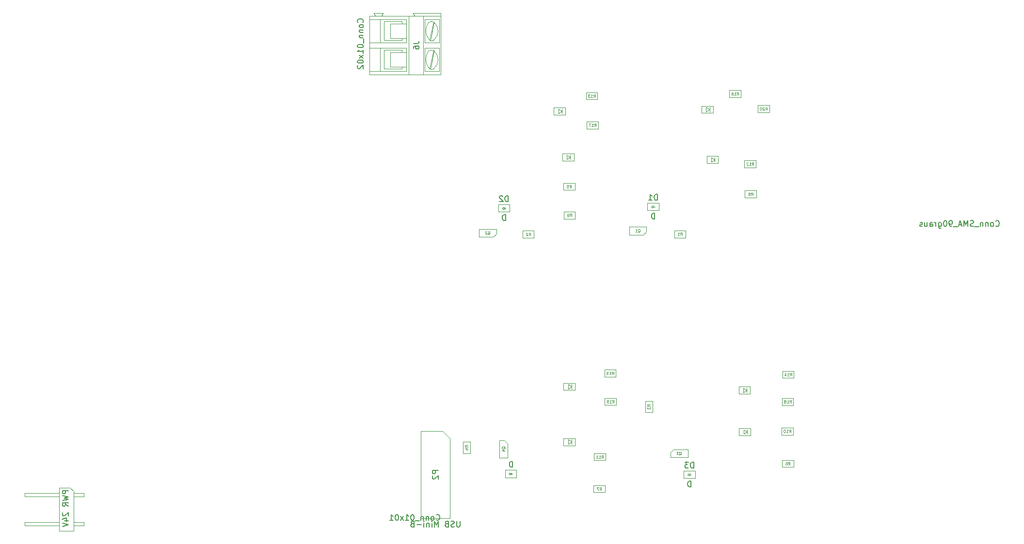
<source format=gbr>
G04 #@! TF.FileFunction,Other,Fab,Bot*
%FSLAX46Y46*%
G04 Gerber Fmt 4.6, Leading zero omitted, Abs format (unit mm)*
G04 Created by KiCad (PCBNEW 4.0.7-e2-6376~61~ubuntu18.04.1) date Mon Nov 26 09:53:19 2018*
%MOMM*%
%LPD*%
G01*
G04 APERTURE LIST*
%ADD10C,0.100000*%
%ADD11C,0.150000*%
%ADD12C,0.075000*%
G04 APERTURE END LIST*
D10*
X119625000Y-123290000D02*
X117720000Y-123290000D01*
X117720000Y-123290000D02*
X117720000Y-130790000D01*
X117720000Y-130833800D02*
X120260000Y-130833800D01*
X120260000Y-130790000D02*
X120260000Y-123925000D01*
X120260000Y-123925000D02*
X119625000Y-123290000D01*
X122080000Y-124240000D02*
X120260000Y-124240000D01*
X122080000Y-124240000D02*
X122080000Y-124880000D01*
X122080000Y-124880000D02*
X120260000Y-124880000D01*
X117720000Y-124240000D02*
X111720000Y-124240000D01*
X111720000Y-124240000D02*
X111720000Y-124880000D01*
X117720000Y-124880000D02*
X111720000Y-124880000D01*
X122080000Y-129320000D02*
X120260000Y-129320000D01*
X122080000Y-129320000D02*
X122080000Y-129960000D01*
X122080000Y-129960000D02*
X120260000Y-129960000D01*
X117720000Y-129320000D02*
X111720000Y-129320000D01*
X111720000Y-129320000D02*
X111720000Y-129960000D01*
X117720000Y-129960000D02*
X111720000Y-129960000D01*
X184740000Y-113400000D02*
X180930000Y-113400000D01*
X180930000Y-113400000D02*
X180930000Y-128640000D01*
X180930000Y-128640000D02*
X186010000Y-128640000D01*
X186010000Y-128640000D02*
X186010000Y-114670000D01*
X186010000Y-114670000D02*
X184740000Y-113400000D01*
X175600200Y-49749500D02*
X175600200Y-47209500D01*
X175600200Y-47209500D02*
X178390200Y-47209500D01*
X178390200Y-49749500D02*
X178390200Y-47209500D01*
X175600200Y-49749500D02*
X178390200Y-49749500D01*
X175600200Y-44749500D02*
X175600200Y-42209500D01*
X175600200Y-42209500D02*
X178390200Y-42209500D01*
X178390200Y-44749500D02*
X178390200Y-42209500D01*
X175600200Y-44749500D02*
X178390200Y-44749500D01*
X184360200Y-40879500D02*
X181310200Y-40879500D01*
X184360200Y-40879500D02*
X184360200Y-51069500D01*
X184360200Y-40879500D02*
X184360200Y-40379500D01*
X184360200Y-40379500D02*
X179540200Y-40379500D01*
X179540200Y-40379500D02*
X179790200Y-40879500D01*
X172680200Y-40379500D02*
X172930200Y-40879500D01*
X172930200Y-40879500D02*
X171920200Y-40879500D01*
X174330200Y-40379500D02*
X174080200Y-40879500D01*
X174080200Y-40879500D02*
X172930200Y-40879500D01*
X174330200Y-40379500D02*
X172680200Y-40379500D01*
X171920200Y-45509500D02*
X173820200Y-45509500D01*
X178390200Y-41439500D02*
X173820200Y-41439500D01*
X171920200Y-45509500D02*
X171920200Y-41439500D01*
X171920200Y-41439500D02*
X171920200Y-40879500D01*
X171920200Y-46449500D02*
X173820200Y-46449500D01*
X171920200Y-46449500D02*
X171920200Y-45509500D01*
X178390200Y-50509500D02*
X173820200Y-50509500D01*
X171920200Y-51069500D02*
X171920200Y-50509500D01*
X171920200Y-50509500D02*
X171920200Y-46449500D01*
X173820200Y-45509500D02*
X173820200Y-41439500D01*
X173820200Y-45509500D02*
X178390200Y-45509500D01*
X173820200Y-41439500D02*
X171920200Y-41439500D01*
X173820200Y-46449500D02*
X173820200Y-50509500D01*
X173820200Y-46449500D02*
X178390200Y-46449500D01*
X173820200Y-50509500D02*
X171920200Y-50509500D01*
X174460200Y-41819500D02*
X177630200Y-41819500D01*
X174460200Y-41819500D02*
X174460200Y-45129500D01*
X174460200Y-45129500D02*
X177630200Y-45129500D01*
X174460200Y-46829500D02*
X177630200Y-46829500D01*
X174460200Y-46829500D02*
X174460200Y-50129500D01*
X174460200Y-50129500D02*
X177630200Y-50129500D01*
X177630200Y-50129500D02*
X177630200Y-49749500D01*
X177630200Y-46829500D02*
X177630200Y-47209500D01*
X177630200Y-45129500D02*
X177630200Y-44749500D01*
X177630200Y-41819500D02*
X177630200Y-42209500D01*
X171920200Y-51069500D02*
X178780200Y-51069500D01*
X178780200Y-51069500D02*
X181310200Y-51069500D01*
X179790200Y-40879500D02*
X178780200Y-40879500D01*
X178780200Y-40879500D02*
X174080200Y-40879500D01*
X181310200Y-51069500D02*
X181310200Y-40879500D01*
X181310200Y-51069500D02*
X184360200Y-51069500D01*
X181310200Y-40879500D02*
X179790200Y-40879500D01*
X181570200Y-45509500D02*
X184110200Y-45509500D01*
X184110200Y-45509500D02*
X184110200Y-41439500D01*
X184110200Y-41439500D02*
X181570200Y-41439500D01*
X181570200Y-41439500D02*
X181570200Y-45509500D01*
X181570200Y-46449500D02*
X184110200Y-46449500D01*
X181570200Y-46449500D02*
X181570200Y-50509500D01*
X181570200Y-50509500D02*
X184110200Y-50509500D01*
X184110200Y-46449500D02*
X184110200Y-50509500D01*
X182590200Y-45099500D02*
X183220200Y-42049500D01*
X182460200Y-44969500D02*
X183090200Y-41929500D01*
X182590200Y-50109500D02*
X183220200Y-47049500D01*
X182460200Y-49979500D02*
X183090200Y-46929500D01*
X178390200Y-50509500D02*
X178390200Y-50129500D01*
X178390200Y-46449500D02*
X178390200Y-46829500D01*
X178390200Y-46829500D02*
X178390200Y-50129500D01*
X178780200Y-51069500D02*
X178780200Y-50129500D01*
X178780200Y-50129500D02*
X178780200Y-46829500D01*
X178780200Y-46829500D02*
X178780200Y-45129500D01*
X178780200Y-40879500D02*
X178780200Y-41819500D01*
X178780200Y-41819500D02*
X178780200Y-45129500D01*
X178390200Y-41439500D02*
X178390200Y-41819500D01*
X178390200Y-45509500D02*
X178390200Y-45129500D01*
X178390200Y-45129500D02*
X178390200Y-41819500D01*
X182216205Y-42003968D02*
G75*
G02X183190200Y-41949500I513995J-455532D01*
G01*
X182308463Y-44941833D02*
G75*
G02X182260200Y-41959500I1901737J1522333D01*
G01*
X183201887Y-41951261D02*
G75*
G02X183140200Y-45099500I-1351687J-1548239D01*
G01*
X183198899Y-45052472D02*
G75*
G02X182270200Y-44909500I-408699J432972D01*
G01*
X182226204Y-47003880D02*
G75*
G02X183190200Y-46959500I503996J-455620D01*
G01*
X182298782Y-49949329D02*
G75*
G02X182260200Y-46959500I1911418J1519829D01*
G01*
X183211734Y-46949524D02*
G75*
G02X183140200Y-50109500I-1361534J-1549976D01*
G01*
X183198899Y-50052472D02*
G75*
G02X182270200Y-49909500I-408699J432972D01*
G01*
X196053780Y-115588640D02*
X196053780Y-118038640D01*
X195503780Y-115018640D02*
X194653780Y-115018640D01*
X196053780Y-115588640D02*
X195503780Y-115018640D01*
X194653780Y-115018640D02*
X194653780Y-118058640D01*
X196053780Y-118058640D02*
X194653780Y-118058640D01*
X225050000Y-116600000D02*
X227500000Y-116600000D01*
X224480000Y-117150000D02*
X224480000Y-118000000D01*
X225050000Y-116600000D02*
X224480000Y-117150000D01*
X224480000Y-118000000D02*
X227520000Y-118000000D01*
X227520000Y-116600000D02*
X227520000Y-118000000D01*
X193507240Y-79473920D02*
X191057240Y-79473920D01*
X194077240Y-78923920D02*
X194077240Y-78073920D01*
X193507240Y-79473920D02*
X194077240Y-78923920D01*
X194077240Y-78073920D02*
X191037240Y-78073920D01*
X191037240Y-79473920D02*
X191037240Y-78073920D01*
X219737820Y-79090380D02*
X217287820Y-79090380D01*
X220307820Y-78540380D02*
X220307820Y-77690380D01*
X219737820Y-79090380D02*
X220307820Y-78540380D01*
X220307820Y-77690380D02*
X217267820Y-77690380D01*
X217267820Y-79090380D02*
X217267820Y-77690380D01*
X196393300Y-120869340D02*
X196193300Y-120869340D01*
X196693300Y-120869340D02*
X196893300Y-120869340D01*
X196693300Y-120669340D02*
X196693300Y-121069340D01*
X196393300Y-121069340D02*
X196393300Y-120669340D01*
X196693300Y-120869340D02*
X196393300Y-121069340D01*
X196393300Y-120669340D02*
X196693300Y-120869340D01*
X197593300Y-121519340D02*
X197593300Y-120219340D01*
X195593300Y-121519340D02*
X197593300Y-121519340D01*
X195593300Y-120219340D02*
X195593300Y-121519340D01*
X197593300Y-120219340D02*
X195593300Y-120219340D01*
X195222360Y-74453380D02*
X195022360Y-74453380D01*
X195522360Y-74453380D02*
X195722360Y-74453380D01*
X195522360Y-74253380D02*
X195522360Y-74653380D01*
X195222360Y-74653380D02*
X195222360Y-74253380D01*
X195522360Y-74453380D02*
X195222360Y-74653380D01*
X195222360Y-74253380D02*
X195522360Y-74453380D01*
X196422360Y-75103380D02*
X196422360Y-73803380D01*
X194422360Y-75103380D02*
X196422360Y-75103380D01*
X194422360Y-73803380D02*
X194422360Y-75103380D01*
X196422360Y-73803380D02*
X194422360Y-73803380D01*
X227597200Y-121009040D02*
X227397200Y-121009040D01*
X227897200Y-121009040D02*
X228097200Y-121009040D01*
X227897200Y-120809040D02*
X227897200Y-121209040D01*
X227597200Y-121209040D02*
X227597200Y-120809040D01*
X227897200Y-121009040D02*
X227597200Y-121209040D01*
X227597200Y-120809040D02*
X227897200Y-121009040D01*
X228797200Y-121659040D02*
X228797200Y-120359040D01*
X226797200Y-121659040D02*
X228797200Y-121659040D01*
X226797200Y-120359040D02*
X226797200Y-121659040D01*
X228797200Y-120359040D02*
X226797200Y-120359040D01*
X221272600Y-74189220D02*
X221072600Y-74189220D01*
X221572600Y-74189220D02*
X221772600Y-74189220D01*
X221572600Y-73989220D02*
X221572600Y-74389220D01*
X221272600Y-74389220D02*
X221272600Y-73989220D01*
X221572600Y-74189220D02*
X221272600Y-74389220D01*
X221272600Y-73989220D02*
X221572600Y-74189220D01*
X222472600Y-74839220D02*
X222472600Y-73539220D01*
X220472600Y-74839220D02*
X222472600Y-74839220D01*
X220472600Y-73539220D02*
X220472600Y-74839220D01*
X222472600Y-73539220D02*
X220472600Y-73539220D01*
X207200000Y-114900000D02*
X207200000Y-115700000D01*
X207200000Y-115300000D02*
X206600000Y-114900000D01*
X206600000Y-115700000D02*
X207200000Y-115300000D01*
X206600000Y-114900000D02*
X206600000Y-115700000D01*
X207800000Y-115920000D02*
X207800000Y-114680000D01*
X205800000Y-115920000D02*
X207800000Y-115920000D01*
X205800000Y-114680000D02*
X205800000Y-115920000D01*
X207800000Y-114680000D02*
X205800000Y-114680000D01*
X207018680Y-65135440D02*
X207018680Y-65935440D01*
X207018680Y-65535440D02*
X206418680Y-65135440D01*
X206418680Y-65935440D02*
X207018680Y-65535440D01*
X206418680Y-65135440D02*
X206418680Y-65935440D01*
X207618680Y-66155440D02*
X207618680Y-64915440D01*
X205618680Y-66155440D02*
X207618680Y-66155440D01*
X205618680Y-64915440D02*
X205618680Y-66155440D01*
X207618680Y-64915440D02*
X205618680Y-64915440D01*
X237851740Y-113138900D02*
X237851740Y-113938900D01*
X237851740Y-113538900D02*
X237251740Y-113138900D01*
X237251740Y-113938900D02*
X237851740Y-113538900D01*
X237251740Y-113138900D02*
X237251740Y-113938900D01*
X238451740Y-114158900D02*
X238451740Y-112918900D01*
X236451740Y-114158900D02*
X238451740Y-114158900D01*
X236451740Y-112918900D02*
X236451740Y-114158900D01*
X238451740Y-112918900D02*
X236451740Y-112918900D01*
X232220560Y-65582480D02*
X232220560Y-66382480D01*
X232220560Y-65982480D02*
X231620560Y-65582480D01*
X231620560Y-66382480D02*
X232220560Y-65982480D01*
X231620560Y-65582480D02*
X231620560Y-66382480D01*
X232820560Y-66602480D02*
X232820560Y-65362480D01*
X230820560Y-66602480D02*
X232820560Y-66602480D01*
X230820560Y-65362480D02*
X230820560Y-66602480D01*
X232820560Y-65362480D02*
X230820560Y-65362480D01*
X207229500Y-105224260D02*
X207229500Y-106024260D01*
X207229500Y-105624260D02*
X206629500Y-105224260D01*
X206629500Y-106024260D02*
X207229500Y-105624260D01*
X206629500Y-105224260D02*
X206629500Y-106024260D01*
X207829500Y-106244260D02*
X207829500Y-105004260D01*
X205829500Y-106244260D02*
X207829500Y-106244260D01*
X205829500Y-105004260D02*
X205829500Y-106244260D01*
X207829500Y-105004260D02*
X205829500Y-105004260D01*
X205515000Y-57119200D02*
X205515000Y-57919200D01*
X205515000Y-57519200D02*
X204915000Y-57119200D01*
X204915000Y-57919200D02*
X205515000Y-57519200D01*
X204915000Y-57119200D02*
X204915000Y-57919200D01*
X206115000Y-58139200D02*
X206115000Y-56899200D01*
X204115000Y-58139200D02*
X206115000Y-58139200D01*
X204115000Y-56899200D02*
X204115000Y-58139200D01*
X206115000Y-56899200D02*
X204115000Y-56899200D01*
X237811100Y-105869420D02*
X237811100Y-106669420D01*
X237811100Y-106269420D02*
X237211100Y-105869420D01*
X237211100Y-106669420D02*
X237811100Y-106269420D01*
X237211100Y-105869420D02*
X237211100Y-106669420D01*
X238411100Y-106889420D02*
X238411100Y-105649420D01*
X236411100Y-106889420D02*
X238411100Y-106889420D01*
X236411100Y-105649420D02*
X236411100Y-106889420D01*
X238411100Y-105649420D02*
X236411100Y-105649420D01*
X231326480Y-56809320D02*
X231326480Y-57609320D01*
X231326480Y-57209320D02*
X230726480Y-56809320D01*
X230726480Y-57609320D02*
X231326480Y-57209320D01*
X230726480Y-56809320D02*
X230726480Y-57609320D01*
X231926480Y-57829320D02*
X231926480Y-56589320D01*
X229926480Y-57829320D02*
X231926480Y-57829320D01*
X229926480Y-56589320D02*
X229926480Y-57829320D01*
X231926480Y-56589320D02*
X229926480Y-56589320D01*
X207786320Y-71296400D02*
X207786320Y-70056400D01*
X205786320Y-71296400D02*
X207786320Y-71296400D01*
X205786320Y-70056400D02*
X205786320Y-71296400D01*
X207786320Y-70056400D02*
X205786320Y-70056400D01*
X243893940Y-112824920D02*
X243893940Y-114064920D01*
X245893940Y-112824920D02*
X243893940Y-112824920D01*
X245893940Y-114064920D02*
X245893940Y-112824920D01*
X243893940Y-114064920D02*
X245893940Y-114064920D01*
X211150800Y-117302940D02*
X211150800Y-118542940D01*
X213150800Y-117302940D02*
X211150800Y-117302940D01*
X213150800Y-118542940D02*
X213150800Y-117302940D01*
X211150800Y-118542940D02*
X213150800Y-118542940D01*
X237414400Y-66119400D02*
X237414400Y-67359400D01*
X239414400Y-66119400D02*
X237414400Y-66119400D01*
X239414400Y-67359400D02*
X239414400Y-66119400D01*
X237414400Y-67359400D02*
X239414400Y-67359400D01*
X207842200Y-76325600D02*
X207842200Y-75085600D01*
X205842200Y-76325600D02*
X207842200Y-76325600D01*
X205842200Y-75085600D02*
X205842200Y-76325600D01*
X207842200Y-75085600D02*
X205842200Y-75085600D01*
X244003160Y-118466260D02*
X244003160Y-119706260D01*
X246003160Y-118466260D02*
X244003160Y-118466260D01*
X246003160Y-119706260D02*
X246003160Y-118466260D01*
X244003160Y-119706260D02*
X246003160Y-119706260D01*
X211066980Y-122890940D02*
X211066980Y-124130940D01*
X213066980Y-122890940D02*
X211066980Y-122890940D01*
X213066980Y-124130940D02*
X213066980Y-122890940D01*
X211066980Y-124130940D02*
X213066980Y-124130940D01*
X237490600Y-71377200D02*
X237490600Y-72617200D01*
X239490600Y-71377200D02*
X237490600Y-71377200D01*
X239490600Y-72617200D02*
X239490600Y-71377200D01*
X237490600Y-72617200D02*
X239490600Y-72617200D01*
X209900000Y-59330000D02*
X209900000Y-60570000D01*
X211900000Y-59330000D02*
X209900000Y-59330000D01*
X211900000Y-60570000D02*
X211900000Y-59330000D01*
X209900000Y-60570000D02*
X211900000Y-60570000D01*
X244041260Y-102883360D02*
X244041260Y-104123360D01*
X246041260Y-102883360D02*
X244041260Y-102883360D01*
X246041260Y-104123360D02*
X246041260Y-102883360D01*
X244041260Y-104123360D02*
X246041260Y-104123360D01*
X239750000Y-56480000D02*
X239750000Y-57720000D01*
X241750000Y-56480000D02*
X239750000Y-56480000D01*
X241750000Y-57720000D02*
X241750000Y-56480000D01*
X239750000Y-57720000D02*
X241750000Y-57720000D01*
X209750000Y-54205000D02*
X209750000Y-55445000D01*
X211750000Y-54205000D02*
X209750000Y-54205000D01*
X211750000Y-55445000D02*
X211750000Y-54205000D01*
X209750000Y-55445000D02*
X211750000Y-55445000D01*
X243965060Y-107683960D02*
X243965060Y-108923960D01*
X245965060Y-107683960D02*
X243965060Y-107683960D01*
X245965060Y-108923960D02*
X245965060Y-107683960D01*
X243965060Y-108923960D02*
X245965060Y-108923960D01*
X213025000Y-107630000D02*
X213025000Y-108870000D01*
X215025000Y-107630000D02*
X213025000Y-107630000D01*
X215025000Y-108870000D02*
X215025000Y-107630000D01*
X213025000Y-108870000D02*
X215025000Y-108870000D01*
X236775000Y-55095000D02*
X236775000Y-53855000D01*
X234775000Y-55095000D02*
X236775000Y-55095000D01*
X234775000Y-53855000D02*
X234775000Y-55095000D01*
X236775000Y-53855000D02*
X234775000Y-53855000D01*
X189524720Y-115274480D02*
X188284720Y-115274480D01*
X189524720Y-117274480D02*
X189524720Y-115274480D01*
X188284720Y-117274480D02*
X189524720Y-117274480D01*
X188284720Y-115274480D02*
X188284720Y-117274480D01*
X221348380Y-108149780D02*
X220108380Y-108149780D01*
X221348380Y-110149780D02*
X221348380Y-108149780D01*
X220108380Y-110149780D02*
X221348380Y-110149780D01*
X220108380Y-108149780D02*
X220108380Y-110149780D01*
X200661620Y-79650460D02*
X200661620Y-78410460D01*
X198661620Y-79650460D02*
X200661620Y-79650460D01*
X198661620Y-78410460D02*
X198661620Y-79650460D01*
X200661620Y-78410460D02*
X198661620Y-78410460D01*
X227146200Y-79602200D02*
X227146200Y-78362200D01*
X225146200Y-79602200D02*
X227146200Y-79602200D01*
X225146200Y-78362200D02*
X225146200Y-79602200D01*
X227146200Y-78362200D02*
X225146200Y-78362200D01*
X212954200Y-102705560D02*
X212954200Y-103945560D01*
X214954200Y-102705560D02*
X212954200Y-102705560D01*
X214954200Y-103945560D02*
X214954200Y-102705560D01*
X212954200Y-103945560D02*
X214954200Y-103945560D01*
D11*
X183578095Y-128907143D02*
X183625714Y-128954762D01*
X183768571Y-129002381D01*
X183863809Y-129002381D01*
X184006667Y-128954762D01*
X184101905Y-128859524D01*
X184149524Y-128764286D01*
X184197143Y-128573810D01*
X184197143Y-128430952D01*
X184149524Y-128240476D01*
X184101905Y-128145238D01*
X184006667Y-128050000D01*
X183863809Y-128002381D01*
X183768571Y-128002381D01*
X183625714Y-128050000D01*
X183578095Y-128097619D01*
X183006667Y-129002381D02*
X183101905Y-128954762D01*
X183149524Y-128907143D01*
X183197143Y-128811905D01*
X183197143Y-128526190D01*
X183149524Y-128430952D01*
X183101905Y-128383333D01*
X183006667Y-128335714D01*
X182863809Y-128335714D01*
X182768571Y-128383333D01*
X182720952Y-128430952D01*
X182673333Y-128526190D01*
X182673333Y-128811905D01*
X182720952Y-128907143D01*
X182768571Y-128954762D01*
X182863809Y-129002381D01*
X183006667Y-129002381D01*
X182244762Y-128335714D02*
X182244762Y-129002381D01*
X182244762Y-128430952D02*
X182197143Y-128383333D01*
X182101905Y-128335714D01*
X181959047Y-128335714D01*
X181863809Y-128383333D01*
X181816190Y-128478571D01*
X181816190Y-129002381D01*
X181340000Y-128335714D02*
X181340000Y-129002381D01*
X181340000Y-128430952D02*
X181292381Y-128383333D01*
X181197143Y-128335714D01*
X181054285Y-128335714D01*
X180959047Y-128383333D01*
X180911428Y-128478571D01*
X180911428Y-129002381D01*
X180673333Y-129097619D02*
X179911428Y-129097619D01*
X179482857Y-128002381D02*
X179387618Y-128002381D01*
X179292380Y-128050000D01*
X179244761Y-128097619D01*
X179197142Y-128192857D01*
X179149523Y-128383333D01*
X179149523Y-128621429D01*
X179197142Y-128811905D01*
X179244761Y-128907143D01*
X179292380Y-128954762D01*
X179387618Y-129002381D01*
X179482857Y-129002381D01*
X179578095Y-128954762D01*
X179625714Y-128907143D01*
X179673333Y-128811905D01*
X179720952Y-128621429D01*
X179720952Y-128383333D01*
X179673333Y-128192857D01*
X179625714Y-128097619D01*
X179578095Y-128050000D01*
X179482857Y-128002381D01*
X178197142Y-129002381D02*
X178768571Y-129002381D01*
X178482857Y-129002381D02*
X178482857Y-128002381D01*
X178578095Y-128145238D01*
X178673333Y-128240476D01*
X178768571Y-128288095D01*
X177863809Y-129002381D02*
X177339999Y-128335714D01*
X177863809Y-128335714D02*
X177339999Y-129002381D01*
X176768571Y-128002381D02*
X176673332Y-128002381D01*
X176578094Y-128050000D01*
X176530475Y-128097619D01*
X176482856Y-128192857D01*
X176435237Y-128383333D01*
X176435237Y-128621429D01*
X176482856Y-128811905D01*
X176530475Y-128907143D01*
X176578094Y-128954762D01*
X176673332Y-129002381D01*
X176768571Y-129002381D01*
X176863809Y-128954762D01*
X176911428Y-128907143D01*
X176959047Y-128811905D01*
X177006666Y-128621429D01*
X177006666Y-128383333D01*
X176959047Y-128192857D01*
X176911428Y-128097619D01*
X176863809Y-128050000D01*
X176768571Y-128002381D01*
X175482856Y-129002381D02*
X176054285Y-129002381D01*
X175768571Y-129002381D02*
X175768571Y-128002381D01*
X175863809Y-128145238D01*
X175959047Y-128240476D01*
X176054285Y-128288095D01*
X281284324Y-77532643D02*
X281331943Y-77580262D01*
X281474800Y-77627881D01*
X281570038Y-77627881D01*
X281712896Y-77580262D01*
X281808134Y-77485024D01*
X281855753Y-77389786D01*
X281903372Y-77199310D01*
X281903372Y-77056452D01*
X281855753Y-76865976D01*
X281808134Y-76770738D01*
X281712896Y-76675500D01*
X281570038Y-76627881D01*
X281474800Y-76627881D01*
X281331943Y-76675500D01*
X281284324Y-76723119D01*
X280712896Y-77627881D02*
X280808134Y-77580262D01*
X280855753Y-77532643D01*
X280903372Y-77437405D01*
X280903372Y-77151690D01*
X280855753Y-77056452D01*
X280808134Y-77008833D01*
X280712896Y-76961214D01*
X280570038Y-76961214D01*
X280474800Y-77008833D01*
X280427181Y-77056452D01*
X280379562Y-77151690D01*
X280379562Y-77437405D01*
X280427181Y-77532643D01*
X280474800Y-77580262D01*
X280570038Y-77627881D01*
X280712896Y-77627881D01*
X279950991Y-76961214D02*
X279950991Y-77627881D01*
X279950991Y-77056452D02*
X279903372Y-77008833D01*
X279808134Y-76961214D01*
X279665276Y-76961214D01*
X279570038Y-77008833D01*
X279522419Y-77104071D01*
X279522419Y-77627881D01*
X279046229Y-76961214D02*
X279046229Y-77627881D01*
X279046229Y-77056452D02*
X278998610Y-77008833D01*
X278903372Y-76961214D01*
X278760514Y-76961214D01*
X278665276Y-77008833D01*
X278617657Y-77104071D01*
X278617657Y-77627881D01*
X278379562Y-77723119D02*
X277617657Y-77723119D01*
X277427181Y-77580262D02*
X277284324Y-77627881D01*
X277046228Y-77627881D01*
X276950990Y-77580262D01*
X276903371Y-77532643D01*
X276855752Y-77437405D01*
X276855752Y-77342167D01*
X276903371Y-77246929D01*
X276950990Y-77199310D01*
X277046228Y-77151690D01*
X277236705Y-77104071D01*
X277331943Y-77056452D01*
X277379562Y-77008833D01*
X277427181Y-76913595D01*
X277427181Y-76818357D01*
X277379562Y-76723119D01*
X277331943Y-76675500D01*
X277236705Y-76627881D01*
X276998609Y-76627881D01*
X276855752Y-76675500D01*
X276427181Y-77627881D02*
X276427181Y-76627881D01*
X276093847Y-77342167D01*
X275760514Y-76627881D01*
X275760514Y-77627881D01*
X275331943Y-77342167D02*
X274855752Y-77342167D01*
X275427181Y-77627881D02*
X275093848Y-76627881D01*
X274760514Y-77627881D01*
X274665276Y-77723119D02*
X273903371Y-77723119D01*
X273617657Y-77627881D02*
X273427181Y-77627881D01*
X273331942Y-77580262D01*
X273284323Y-77532643D01*
X273189085Y-77389786D01*
X273141466Y-77199310D01*
X273141466Y-76818357D01*
X273189085Y-76723119D01*
X273236704Y-76675500D01*
X273331942Y-76627881D01*
X273522419Y-76627881D01*
X273617657Y-76675500D01*
X273665276Y-76723119D01*
X273712895Y-76818357D01*
X273712895Y-77056452D01*
X273665276Y-77151690D01*
X273617657Y-77199310D01*
X273522419Y-77246929D01*
X273331942Y-77246929D01*
X273236704Y-77199310D01*
X273189085Y-77151690D01*
X273141466Y-77056452D01*
X272522419Y-76627881D02*
X272427180Y-76627881D01*
X272331942Y-76675500D01*
X272284323Y-76723119D01*
X272236704Y-76818357D01*
X272189085Y-77008833D01*
X272189085Y-77246929D01*
X272236704Y-77437405D01*
X272284323Y-77532643D01*
X272331942Y-77580262D01*
X272427180Y-77627881D01*
X272522419Y-77627881D01*
X272617657Y-77580262D01*
X272665276Y-77532643D01*
X272712895Y-77437405D01*
X272760514Y-77246929D01*
X272760514Y-77008833D01*
X272712895Y-76818357D01*
X272665276Y-76723119D01*
X272617657Y-76675500D01*
X272522419Y-76627881D01*
X271331942Y-76961214D02*
X271331942Y-77770738D01*
X271379561Y-77865976D01*
X271427180Y-77913595D01*
X271522419Y-77961214D01*
X271665276Y-77961214D01*
X271760514Y-77913595D01*
X271331942Y-77580262D02*
X271427180Y-77627881D01*
X271617657Y-77627881D01*
X271712895Y-77580262D01*
X271760514Y-77532643D01*
X271808133Y-77437405D01*
X271808133Y-77151690D01*
X271760514Y-77056452D01*
X271712895Y-77008833D01*
X271617657Y-76961214D01*
X271427180Y-76961214D01*
X271331942Y-77008833D01*
X270855752Y-77627881D02*
X270855752Y-76961214D01*
X270855752Y-77151690D02*
X270808133Y-77056452D01*
X270760514Y-77008833D01*
X270665276Y-76961214D01*
X270570037Y-76961214D01*
X269808132Y-77627881D02*
X269808132Y-77104071D01*
X269855751Y-77008833D01*
X269950989Y-76961214D01*
X270141466Y-76961214D01*
X270236704Y-77008833D01*
X269808132Y-77580262D02*
X269903370Y-77627881D01*
X270141466Y-77627881D01*
X270236704Y-77580262D01*
X270284323Y-77485024D01*
X270284323Y-77389786D01*
X270236704Y-77294548D01*
X270141466Y-77246929D01*
X269903370Y-77246929D01*
X269808132Y-77199310D01*
X268903370Y-76961214D02*
X268903370Y-77627881D01*
X269331942Y-76961214D02*
X269331942Y-77485024D01*
X269284323Y-77580262D01*
X269189085Y-77627881D01*
X269046227Y-77627881D01*
X268950989Y-77580262D01*
X268903370Y-77532643D01*
X268474799Y-77580262D02*
X268379561Y-77627881D01*
X268189085Y-77627881D01*
X268093846Y-77580262D01*
X268046227Y-77485024D01*
X268046227Y-77437405D01*
X268093846Y-77342167D01*
X268189085Y-77294548D01*
X268331942Y-77294548D01*
X268427180Y-77246929D01*
X268474799Y-77151690D01*
X268474799Y-77104071D01*
X268427180Y-77008833D01*
X268331942Y-76961214D01*
X268189085Y-76961214D01*
X268093846Y-77008833D01*
X119316781Y-123801562D02*
X118316781Y-123801562D01*
X118316781Y-124182515D01*
X118364400Y-124277753D01*
X118412019Y-124325372D01*
X118507257Y-124372991D01*
X118650114Y-124372991D01*
X118745352Y-124325372D01*
X118792971Y-124277753D01*
X118840590Y-124182515D01*
X118840590Y-123801562D01*
X118316781Y-124706324D02*
X119316781Y-124944419D01*
X118602495Y-125134896D01*
X119316781Y-125325372D01*
X118316781Y-125563467D01*
X119316781Y-126515848D02*
X118840590Y-126182514D01*
X119316781Y-125944419D02*
X118316781Y-125944419D01*
X118316781Y-126325372D01*
X118364400Y-126420610D01*
X118412019Y-126468229D01*
X118507257Y-126515848D01*
X118650114Y-126515848D01*
X118745352Y-126468229D01*
X118792971Y-126420610D01*
X118840590Y-126325372D01*
X118840590Y-125944419D01*
X118412019Y-127658705D02*
X118364400Y-127706324D01*
X118316781Y-127801562D01*
X118316781Y-128039658D01*
X118364400Y-128134896D01*
X118412019Y-128182515D01*
X118507257Y-128230134D01*
X118602495Y-128230134D01*
X118745352Y-128182515D01*
X119316781Y-127611086D01*
X119316781Y-128230134D01*
X118650114Y-129087277D02*
X119316781Y-129087277D01*
X118269162Y-128849181D02*
X118983448Y-128611086D01*
X118983448Y-129230134D01*
X118316781Y-129468229D02*
X119316781Y-129801562D01*
X118316781Y-130134896D01*
X187731904Y-129152381D02*
X187731904Y-129961905D01*
X187684285Y-130057143D01*
X187636666Y-130104762D01*
X187541428Y-130152381D01*
X187350951Y-130152381D01*
X187255713Y-130104762D01*
X187208094Y-130057143D01*
X187160475Y-129961905D01*
X187160475Y-129152381D01*
X186731904Y-130104762D02*
X186589047Y-130152381D01*
X186350951Y-130152381D01*
X186255713Y-130104762D01*
X186208094Y-130057143D01*
X186160475Y-129961905D01*
X186160475Y-129866667D01*
X186208094Y-129771429D01*
X186255713Y-129723810D01*
X186350951Y-129676190D01*
X186541428Y-129628571D01*
X186636666Y-129580952D01*
X186684285Y-129533333D01*
X186731904Y-129438095D01*
X186731904Y-129342857D01*
X186684285Y-129247619D01*
X186636666Y-129200000D01*
X186541428Y-129152381D01*
X186303332Y-129152381D01*
X186160475Y-129200000D01*
X185398570Y-129628571D02*
X185255713Y-129676190D01*
X185208094Y-129723810D01*
X185160475Y-129819048D01*
X185160475Y-129961905D01*
X185208094Y-130057143D01*
X185255713Y-130104762D01*
X185350951Y-130152381D01*
X185731904Y-130152381D01*
X185731904Y-129152381D01*
X185398570Y-129152381D01*
X185303332Y-129200000D01*
X185255713Y-129247619D01*
X185208094Y-129342857D01*
X185208094Y-129438095D01*
X185255713Y-129533333D01*
X185303332Y-129580952D01*
X185398570Y-129628571D01*
X185731904Y-129628571D01*
X183969999Y-130152381D02*
X183969999Y-129152381D01*
X183636665Y-129866667D01*
X183303332Y-129152381D01*
X183303332Y-130152381D01*
X182827142Y-130152381D02*
X182827142Y-129485714D01*
X182827142Y-129152381D02*
X182874761Y-129200000D01*
X182827142Y-129247619D01*
X182779523Y-129200000D01*
X182827142Y-129152381D01*
X182827142Y-129247619D01*
X182350952Y-129485714D02*
X182350952Y-130152381D01*
X182350952Y-129580952D02*
X182303333Y-129533333D01*
X182208095Y-129485714D01*
X182065237Y-129485714D01*
X181969999Y-129533333D01*
X181922380Y-129628571D01*
X181922380Y-130152381D01*
X181446190Y-130152381D02*
X181446190Y-129485714D01*
X181446190Y-129152381D02*
X181493809Y-129200000D01*
X181446190Y-129247619D01*
X181398571Y-129200000D01*
X181446190Y-129152381D01*
X181446190Y-129247619D01*
X180970000Y-129771429D02*
X180208095Y-129771429D01*
X179398571Y-129628571D02*
X179255714Y-129676190D01*
X179208095Y-129723810D01*
X179160476Y-129819048D01*
X179160476Y-129961905D01*
X179208095Y-130057143D01*
X179255714Y-130104762D01*
X179350952Y-130152381D01*
X179731905Y-130152381D01*
X179731905Y-129152381D01*
X179398571Y-129152381D01*
X179303333Y-129200000D01*
X179255714Y-129247619D01*
X179208095Y-129342857D01*
X179208095Y-129438095D01*
X179255714Y-129533333D01*
X179303333Y-129580952D01*
X179398571Y-129628571D01*
X179731905Y-129628571D01*
X183922381Y-120281905D02*
X182922381Y-120281905D01*
X182922381Y-120662858D01*
X182970000Y-120758096D01*
X183017619Y-120805715D01*
X183112857Y-120853334D01*
X183255714Y-120853334D01*
X183350952Y-120805715D01*
X183398571Y-120758096D01*
X183446190Y-120662858D01*
X183446190Y-120281905D01*
X183017619Y-121234286D02*
X182970000Y-121281905D01*
X182922381Y-121377143D01*
X182922381Y-121615239D01*
X182970000Y-121710477D01*
X183017619Y-121758096D01*
X183112857Y-121805715D01*
X183208095Y-121805715D01*
X183350952Y-121758096D01*
X183922381Y-121186667D01*
X183922381Y-121805715D01*
X170747343Y-41971405D02*
X170794962Y-41923786D01*
X170842581Y-41780929D01*
X170842581Y-41685691D01*
X170794962Y-41542833D01*
X170699724Y-41447595D01*
X170604486Y-41399976D01*
X170414010Y-41352357D01*
X170271152Y-41352357D01*
X170080676Y-41399976D01*
X169985438Y-41447595D01*
X169890200Y-41542833D01*
X169842581Y-41685691D01*
X169842581Y-41780929D01*
X169890200Y-41923786D01*
X169937819Y-41971405D01*
X170842581Y-42542833D02*
X170794962Y-42447595D01*
X170747343Y-42399976D01*
X170652105Y-42352357D01*
X170366390Y-42352357D01*
X170271152Y-42399976D01*
X170223533Y-42447595D01*
X170175914Y-42542833D01*
X170175914Y-42685691D01*
X170223533Y-42780929D01*
X170271152Y-42828548D01*
X170366390Y-42876167D01*
X170652105Y-42876167D01*
X170747343Y-42828548D01*
X170794962Y-42780929D01*
X170842581Y-42685691D01*
X170842581Y-42542833D01*
X170175914Y-43304738D02*
X170842581Y-43304738D01*
X170271152Y-43304738D02*
X170223533Y-43352357D01*
X170175914Y-43447595D01*
X170175914Y-43590453D01*
X170223533Y-43685691D01*
X170318771Y-43733310D01*
X170842581Y-43733310D01*
X170175914Y-44209500D02*
X170842581Y-44209500D01*
X170271152Y-44209500D02*
X170223533Y-44257119D01*
X170175914Y-44352357D01*
X170175914Y-44495215D01*
X170223533Y-44590453D01*
X170318771Y-44638072D01*
X170842581Y-44638072D01*
X170937819Y-44876167D02*
X170937819Y-45638072D01*
X169842581Y-46066643D02*
X169842581Y-46161882D01*
X169890200Y-46257120D01*
X169937819Y-46304739D01*
X170033057Y-46352358D01*
X170223533Y-46399977D01*
X170461629Y-46399977D01*
X170652105Y-46352358D01*
X170747343Y-46304739D01*
X170794962Y-46257120D01*
X170842581Y-46161882D01*
X170842581Y-46066643D01*
X170794962Y-45971405D01*
X170747343Y-45923786D01*
X170652105Y-45876167D01*
X170461629Y-45828548D01*
X170223533Y-45828548D01*
X170033057Y-45876167D01*
X169937819Y-45923786D01*
X169890200Y-45971405D01*
X169842581Y-46066643D01*
X170842581Y-47352358D02*
X170842581Y-46780929D01*
X170842581Y-47066643D02*
X169842581Y-47066643D01*
X169985438Y-46971405D01*
X170080676Y-46876167D01*
X170128295Y-46780929D01*
X170842581Y-47685691D02*
X170175914Y-48209501D01*
X170175914Y-47685691D02*
X170842581Y-48209501D01*
X169842581Y-48780929D02*
X169842581Y-48876168D01*
X169890200Y-48971406D01*
X169937819Y-49019025D01*
X170033057Y-49066644D01*
X170223533Y-49114263D01*
X170461629Y-49114263D01*
X170652105Y-49066644D01*
X170747343Y-49019025D01*
X170794962Y-48971406D01*
X170842581Y-48876168D01*
X170842581Y-48780929D01*
X170794962Y-48685691D01*
X170747343Y-48638072D01*
X170652105Y-48590453D01*
X170461629Y-48542834D01*
X170223533Y-48542834D01*
X170033057Y-48590453D01*
X169937819Y-48638072D01*
X169890200Y-48685691D01*
X169842581Y-48780929D01*
X169937819Y-49495215D02*
X169890200Y-49542834D01*
X169842581Y-49638072D01*
X169842581Y-49876168D01*
X169890200Y-49971406D01*
X169937819Y-50019025D01*
X170033057Y-50066644D01*
X170128295Y-50066644D01*
X170271152Y-50019025D01*
X170842581Y-49447596D01*
X170842581Y-50066644D01*
X179592581Y-45656167D02*
X180306867Y-45656167D01*
X180449724Y-45608547D01*
X180544962Y-45513309D01*
X180592581Y-45370452D01*
X180592581Y-45275214D01*
X179592581Y-46560929D02*
X179592581Y-46370452D01*
X179640200Y-46275214D01*
X179687819Y-46227595D01*
X179830676Y-46132357D01*
X180021152Y-46084738D01*
X180402105Y-46084738D01*
X180497343Y-46132357D01*
X180544962Y-46179976D01*
X180592581Y-46275214D01*
X180592581Y-46465691D01*
X180544962Y-46560929D01*
X180497343Y-46608548D01*
X180402105Y-46656167D01*
X180164010Y-46656167D01*
X180068771Y-46608548D01*
X180021152Y-46560929D01*
X179973533Y-46465691D01*
X179973533Y-46275214D01*
X180021152Y-46179976D01*
X180068771Y-46132357D01*
X180164010Y-46084738D01*
D12*
X195627590Y-116491021D02*
X195603780Y-116443402D01*
X195556161Y-116395783D01*
X195484732Y-116324354D01*
X195460923Y-116276735D01*
X195460923Y-116229116D01*
X195579970Y-116252926D02*
X195556161Y-116205307D01*
X195508542Y-116157688D01*
X195413304Y-116133878D01*
X195246637Y-116133878D01*
X195151399Y-116157688D01*
X195103780Y-116205307D01*
X195079970Y-116252926D01*
X195079970Y-116348164D01*
X195103780Y-116395783D01*
X195151399Y-116443402D01*
X195246637Y-116467211D01*
X195413304Y-116467211D01*
X195508542Y-116443402D01*
X195556161Y-116395783D01*
X195579970Y-116348164D01*
X195579970Y-116252926D01*
X195246637Y-116895783D02*
X195579970Y-116895783D01*
X195056161Y-116776736D02*
X195413304Y-116657688D01*
X195413304Y-116967212D01*
X226047619Y-117573810D02*
X226095238Y-117550000D01*
X226142857Y-117502381D01*
X226214286Y-117430952D01*
X226261905Y-117407143D01*
X226309524Y-117407143D01*
X226285714Y-117526190D02*
X226333333Y-117502381D01*
X226380952Y-117454762D01*
X226404762Y-117359524D01*
X226404762Y-117192857D01*
X226380952Y-117097619D01*
X226333333Y-117050000D01*
X226285714Y-117026190D01*
X226190476Y-117026190D01*
X226142857Y-117050000D01*
X226095238Y-117097619D01*
X226071429Y-117192857D01*
X226071429Y-117359524D01*
X226095238Y-117454762D01*
X226142857Y-117502381D01*
X226190476Y-117526190D01*
X226285714Y-117526190D01*
X225904761Y-117026190D02*
X225595238Y-117026190D01*
X225761904Y-117216667D01*
X225690476Y-117216667D01*
X225642857Y-117240476D01*
X225619047Y-117264286D01*
X225595238Y-117311905D01*
X225595238Y-117430952D01*
X225619047Y-117478571D01*
X225642857Y-117502381D01*
X225690476Y-117526190D01*
X225833333Y-117526190D01*
X225880952Y-117502381D01*
X225904761Y-117478571D01*
X192604859Y-79047730D02*
X192652478Y-79023920D01*
X192700097Y-78976301D01*
X192771526Y-78904872D01*
X192819145Y-78881063D01*
X192866764Y-78881063D01*
X192842954Y-79000110D02*
X192890573Y-78976301D01*
X192938192Y-78928682D01*
X192962002Y-78833444D01*
X192962002Y-78666777D01*
X192938192Y-78571539D01*
X192890573Y-78523920D01*
X192842954Y-78500110D01*
X192747716Y-78500110D01*
X192700097Y-78523920D01*
X192652478Y-78571539D01*
X192628669Y-78666777D01*
X192628669Y-78833444D01*
X192652478Y-78928682D01*
X192700097Y-78976301D01*
X192747716Y-79000110D01*
X192842954Y-79000110D01*
X192438192Y-78547730D02*
X192414382Y-78523920D01*
X192366763Y-78500110D01*
X192247716Y-78500110D01*
X192200097Y-78523920D01*
X192176287Y-78547730D01*
X192152478Y-78595349D01*
X192152478Y-78642968D01*
X192176287Y-78714396D01*
X192462001Y-79000110D01*
X192152478Y-79000110D01*
X218835439Y-78664190D02*
X218883058Y-78640380D01*
X218930677Y-78592761D01*
X219002106Y-78521332D01*
X219049725Y-78497523D01*
X219097344Y-78497523D01*
X219073534Y-78616570D02*
X219121153Y-78592761D01*
X219168772Y-78545142D01*
X219192582Y-78449904D01*
X219192582Y-78283237D01*
X219168772Y-78187999D01*
X219121153Y-78140380D01*
X219073534Y-78116570D01*
X218978296Y-78116570D01*
X218930677Y-78140380D01*
X218883058Y-78187999D01*
X218859249Y-78283237D01*
X218859249Y-78449904D01*
X218883058Y-78545142D01*
X218930677Y-78592761D01*
X218978296Y-78616570D01*
X219073534Y-78616570D01*
X218383058Y-78616570D02*
X218668772Y-78616570D01*
X218525915Y-78616570D02*
X218525915Y-78116570D01*
X218573534Y-78187999D01*
X218621153Y-78235618D01*
X218668772Y-78259428D01*
D11*
X196931905Y-119722381D02*
X196931905Y-118722381D01*
X196693810Y-118722381D01*
X196550952Y-118770000D01*
X196455714Y-118865238D01*
X196408095Y-118960476D01*
X196360476Y-119150952D01*
X196360476Y-119293810D01*
X196408095Y-119484286D01*
X196455714Y-119579524D01*
X196550952Y-119674762D01*
X196693810Y-119722381D01*
X196931905Y-119722381D01*
X195684265Y-76605761D02*
X195684265Y-75605761D01*
X195446170Y-75605761D01*
X195303312Y-75653380D01*
X195208074Y-75748618D01*
X195160455Y-75843856D01*
X195112836Y-76034332D01*
X195112836Y-76177190D01*
X195160455Y-76367666D01*
X195208074Y-76462904D01*
X195303312Y-76558142D01*
X195446170Y-76605761D01*
X195684265Y-76605761D01*
X196160455Y-73305761D02*
X196160455Y-72305761D01*
X195922360Y-72305761D01*
X195779502Y-72353380D01*
X195684264Y-72448618D01*
X195636645Y-72543856D01*
X195589026Y-72734332D01*
X195589026Y-72877190D01*
X195636645Y-73067666D01*
X195684264Y-73162904D01*
X195779502Y-73258142D01*
X195922360Y-73305761D01*
X196160455Y-73305761D01*
X195208074Y-72400999D02*
X195160455Y-72353380D01*
X195065217Y-72305761D01*
X194827121Y-72305761D01*
X194731883Y-72353380D01*
X194684264Y-72400999D01*
X194636645Y-72496237D01*
X194636645Y-72591475D01*
X194684264Y-72734332D01*
X195255693Y-73305761D01*
X194636645Y-73305761D01*
X228059105Y-123161421D02*
X228059105Y-122161421D01*
X227821010Y-122161421D01*
X227678152Y-122209040D01*
X227582914Y-122304278D01*
X227535295Y-122399516D01*
X227487676Y-122589992D01*
X227487676Y-122732850D01*
X227535295Y-122923326D01*
X227582914Y-123018564D01*
X227678152Y-123113802D01*
X227821010Y-123161421D01*
X228059105Y-123161421D01*
X228535295Y-119861421D02*
X228535295Y-118861421D01*
X228297200Y-118861421D01*
X228154342Y-118909040D01*
X228059104Y-119004278D01*
X228011485Y-119099516D01*
X227963866Y-119289992D01*
X227963866Y-119432850D01*
X228011485Y-119623326D01*
X228059104Y-119718564D01*
X228154342Y-119813802D01*
X228297200Y-119861421D01*
X228535295Y-119861421D01*
X227630533Y-118861421D02*
X227011485Y-118861421D01*
X227344819Y-119242373D01*
X227201961Y-119242373D01*
X227106723Y-119289992D01*
X227059104Y-119337611D01*
X227011485Y-119432850D01*
X227011485Y-119670945D01*
X227059104Y-119766183D01*
X227106723Y-119813802D01*
X227201961Y-119861421D01*
X227487676Y-119861421D01*
X227582914Y-119813802D01*
X227630533Y-119766183D01*
X221734505Y-76341601D02*
X221734505Y-75341601D01*
X221496410Y-75341601D01*
X221353552Y-75389220D01*
X221258314Y-75484458D01*
X221210695Y-75579696D01*
X221163076Y-75770172D01*
X221163076Y-75913030D01*
X221210695Y-76103506D01*
X221258314Y-76198744D01*
X221353552Y-76293982D01*
X221496410Y-76341601D01*
X221734505Y-76341601D01*
X222210695Y-73041601D02*
X222210695Y-72041601D01*
X221972600Y-72041601D01*
X221829742Y-72089220D01*
X221734504Y-72184458D01*
X221686885Y-72279696D01*
X221639266Y-72470172D01*
X221639266Y-72613030D01*
X221686885Y-72803506D01*
X221734504Y-72898744D01*
X221829742Y-72993982D01*
X221972600Y-73041601D01*
X222210695Y-73041601D01*
X220686885Y-73041601D02*
X221258314Y-73041601D01*
X220972600Y-73041601D02*
X220972600Y-72041601D01*
X221067838Y-72184458D01*
X221163076Y-72279696D01*
X221258314Y-72327315D01*
D12*
X206869653Y-70902590D02*
X207036320Y-70664495D01*
X207155367Y-70902590D02*
X207155367Y-70402590D01*
X206964891Y-70402590D01*
X206917272Y-70426400D01*
X206893463Y-70450210D01*
X206869653Y-70497829D01*
X206869653Y-70569257D01*
X206893463Y-70616876D01*
X206917272Y-70640686D01*
X206964891Y-70664495D01*
X207155367Y-70664495D01*
X206417272Y-70402590D02*
X206655367Y-70402590D01*
X206679177Y-70640686D01*
X206655367Y-70616876D01*
X206607748Y-70593067D01*
X206488701Y-70593067D01*
X206441082Y-70616876D01*
X206417272Y-70640686D01*
X206393463Y-70688305D01*
X206393463Y-70807352D01*
X206417272Y-70854971D01*
X206441082Y-70878781D01*
X206488701Y-70902590D01*
X206607748Y-70902590D01*
X206655367Y-70878781D01*
X206679177Y-70854971D01*
X245215368Y-113671110D02*
X245382035Y-113433015D01*
X245501082Y-113671110D02*
X245501082Y-113171110D01*
X245310606Y-113171110D01*
X245262987Y-113194920D01*
X245239178Y-113218730D01*
X245215368Y-113266349D01*
X245215368Y-113337777D01*
X245239178Y-113385396D01*
X245262987Y-113409206D01*
X245310606Y-113433015D01*
X245501082Y-113433015D01*
X244739178Y-113671110D02*
X245024892Y-113671110D01*
X244882035Y-113671110D02*
X244882035Y-113171110D01*
X244929654Y-113242539D01*
X244977273Y-113290158D01*
X245024892Y-113313968D01*
X244429654Y-113171110D02*
X244382035Y-113171110D01*
X244334416Y-113194920D01*
X244310607Y-113218730D01*
X244286797Y-113266349D01*
X244262988Y-113361587D01*
X244262988Y-113480634D01*
X244286797Y-113575872D01*
X244310607Y-113623491D01*
X244334416Y-113647301D01*
X244382035Y-113671110D01*
X244429654Y-113671110D01*
X244477273Y-113647301D01*
X244501083Y-113623491D01*
X244524892Y-113575872D01*
X244548702Y-113480634D01*
X244548702Y-113361587D01*
X244524892Y-113266349D01*
X244501083Y-113218730D01*
X244477273Y-113194920D01*
X244429654Y-113171110D01*
X212472228Y-118149130D02*
X212638895Y-117911035D01*
X212757942Y-118149130D02*
X212757942Y-117649130D01*
X212567466Y-117649130D01*
X212519847Y-117672940D01*
X212496038Y-117696750D01*
X212472228Y-117744369D01*
X212472228Y-117815797D01*
X212496038Y-117863416D01*
X212519847Y-117887226D01*
X212567466Y-117911035D01*
X212757942Y-117911035D01*
X211996038Y-118149130D02*
X212281752Y-118149130D01*
X212138895Y-118149130D02*
X212138895Y-117649130D01*
X212186514Y-117720559D01*
X212234133Y-117768178D01*
X212281752Y-117791988D01*
X211519848Y-118149130D02*
X211805562Y-118149130D01*
X211662705Y-118149130D02*
X211662705Y-117649130D01*
X211710324Y-117720559D01*
X211757943Y-117768178D01*
X211805562Y-117791988D01*
X238735828Y-66965590D02*
X238902495Y-66727495D01*
X239021542Y-66965590D02*
X239021542Y-66465590D01*
X238831066Y-66465590D01*
X238783447Y-66489400D01*
X238759638Y-66513210D01*
X238735828Y-66560829D01*
X238735828Y-66632257D01*
X238759638Y-66679876D01*
X238783447Y-66703686D01*
X238831066Y-66727495D01*
X239021542Y-66727495D01*
X238259638Y-66965590D02*
X238545352Y-66965590D01*
X238402495Y-66965590D02*
X238402495Y-66465590D01*
X238450114Y-66537019D01*
X238497733Y-66584638D01*
X238545352Y-66608448D01*
X238069162Y-66513210D02*
X238045352Y-66489400D01*
X237997733Y-66465590D01*
X237878686Y-66465590D01*
X237831067Y-66489400D01*
X237807257Y-66513210D01*
X237783448Y-66560829D01*
X237783448Y-66608448D01*
X237807257Y-66679876D01*
X238092971Y-66965590D01*
X237783448Y-66965590D01*
X206925533Y-75931790D02*
X207092200Y-75693695D01*
X207211247Y-75931790D02*
X207211247Y-75431790D01*
X207020771Y-75431790D01*
X206973152Y-75455600D01*
X206949343Y-75479410D01*
X206925533Y-75527029D01*
X206925533Y-75598457D01*
X206949343Y-75646076D01*
X206973152Y-75669886D01*
X207020771Y-75693695D01*
X207211247Y-75693695D01*
X206687438Y-75931790D02*
X206592200Y-75931790D01*
X206544581Y-75907981D01*
X206520771Y-75884171D01*
X206473152Y-75812743D01*
X206449343Y-75717505D01*
X206449343Y-75527029D01*
X206473152Y-75479410D01*
X206496962Y-75455600D01*
X206544581Y-75431790D01*
X206639819Y-75431790D01*
X206687438Y-75455600D01*
X206711247Y-75479410D01*
X206735057Y-75527029D01*
X206735057Y-75646076D01*
X206711247Y-75693695D01*
X206687438Y-75717505D01*
X206639819Y-75741314D01*
X206544581Y-75741314D01*
X206496962Y-75717505D01*
X206473152Y-75693695D01*
X206449343Y-75646076D01*
X245086493Y-119312450D02*
X245253160Y-119074355D01*
X245372207Y-119312450D02*
X245372207Y-118812450D01*
X245181731Y-118812450D01*
X245134112Y-118836260D01*
X245110303Y-118860070D01*
X245086493Y-118907689D01*
X245086493Y-118979117D01*
X245110303Y-119026736D01*
X245134112Y-119050546D01*
X245181731Y-119074355D01*
X245372207Y-119074355D01*
X244657922Y-118812450D02*
X244753160Y-118812450D01*
X244800779Y-118836260D01*
X244824588Y-118860070D01*
X244872207Y-118931498D01*
X244896017Y-119026736D01*
X244896017Y-119217212D01*
X244872207Y-119264831D01*
X244848398Y-119288641D01*
X244800779Y-119312450D01*
X244705541Y-119312450D01*
X244657922Y-119288641D01*
X244634112Y-119264831D01*
X244610303Y-119217212D01*
X244610303Y-119098165D01*
X244634112Y-119050546D01*
X244657922Y-119026736D01*
X244705541Y-119002927D01*
X244800779Y-119002927D01*
X244848398Y-119026736D01*
X244872207Y-119050546D01*
X244896017Y-119098165D01*
X212150313Y-123737130D02*
X212316980Y-123499035D01*
X212436027Y-123737130D02*
X212436027Y-123237130D01*
X212245551Y-123237130D01*
X212197932Y-123260940D01*
X212174123Y-123284750D01*
X212150313Y-123332369D01*
X212150313Y-123403797D01*
X212174123Y-123451416D01*
X212197932Y-123475226D01*
X212245551Y-123499035D01*
X212436027Y-123499035D01*
X211983646Y-123237130D02*
X211650313Y-123237130D01*
X211864599Y-123737130D01*
X238573933Y-72223390D02*
X238740600Y-71985295D01*
X238859647Y-72223390D02*
X238859647Y-71723390D01*
X238669171Y-71723390D01*
X238621552Y-71747200D01*
X238597743Y-71771010D01*
X238573933Y-71818629D01*
X238573933Y-71890057D01*
X238597743Y-71937676D01*
X238621552Y-71961486D01*
X238669171Y-71985295D01*
X238859647Y-71985295D01*
X238288219Y-71937676D02*
X238335838Y-71913867D01*
X238359647Y-71890057D01*
X238383457Y-71842438D01*
X238383457Y-71818629D01*
X238359647Y-71771010D01*
X238335838Y-71747200D01*
X238288219Y-71723390D01*
X238192981Y-71723390D01*
X238145362Y-71747200D01*
X238121552Y-71771010D01*
X238097743Y-71818629D01*
X238097743Y-71842438D01*
X238121552Y-71890057D01*
X238145362Y-71913867D01*
X238192981Y-71937676D01*
X238288219Y-71937676D01*
X238335838Y-71961486D01*
X238359647Y-71985295D01*
X238383457Y-72032914D01*
X238383457Y-72128152D01*
X238359647Y-72175771D01*
X238335838Y-72199581D01*
X238288219Y-72223390D01*
X238192981Y-72223390D01*
X238145362Y-72199581D01*
X238121552Y-72175771D01*
X238097743Y-72128152D01*
X238097743Y-72032914D01*
X238121552Y-71985295D01*
X238145362Y-71961486D01*
X238192981Y-71937676D01*
X211221428Y-60176190D02*
X211388095Y-59938095D01*
X211507142Y-60176190D02*
X211507142Y-59676190D01*
X211316666Y-59676190D01*
X211269047Y-59700000D01*
X211245238Y-59723810D01*
X211221428Y-59771429D01*
X211221428Y-59842857D01*
X211245238Y-59890476D01*
X211269047Y-59914286D01*
X211316666Y-59938095D01*
X211507142Y-59938095D01*
X210745238Y-60176190D02*
X211030952Y-60176190D01*
X210888095Y-60176190D02*
X210888095Y-59676190D01*
X210935714Y-59747619D01*
X210983333Y-59795238D01*
X211030952Y-59819048D01*
X210578571Y-59676190D02*
X210245238Y-59676190D01*
X210459524Y-60176190D01*
X245362688Y-103729550D02*
X245529355Y-103491455D01*
X245648402Y-103729550D02*
X245648402Y-103229550D01*
X245457926Y-103229550D01*
X245410307Y-103253360D01*
X245386498Y-103277170D01*
X245362688Y-103324789D01*
X245362688Y-103396217D01*
X245386498Y-103443836D01*
X245410307Y-103467646D01*
X245457926Y-103491455D01*
X245648402Y-103491455D01*
X244886498Y-103729550D02*
X245172212Y-103729550D01*
X245029355Y-103729550D02*
X245029355Y-103229550D01*
X245076974Y-103300979D01*
X245124593Y-103348598D01*
X245172212Y-103372408D01*
X244457927Y-103396217D02*
X244457927Y-103729550D01*
X244576974Y-103205741D02*
X244696022Y-103562884D01*
X244386498Y-103562884D01*
X241071428Y-57326190D02*
X241238095Y-57088095D01*
X241357142Y-57326190D02*
X241357142Y-56826190D01*
X241166666Y-56826190D01*
X241119047Y-56850000D01*
X241095238Y-56873810D01*
X241071428Y-56921429D01*
X241071428Y-56992857D01*
X241095238Y-57040476D01*
X241119047Y-57064286D01*
X241166666Y-57088095D01*
X241357142Y-57088095D01*
X240880952Y-56873810D02*
X240857142Y-56850000D01*
X240809523Y-56826190D01*
X240690476Y-56826190D01*
X240642857Y-56850000D01*
X240619047Y-56873810D01*
X240595238Y-56921429D01*
X240595238Y-56969048D01*
X240619047Y-57040476D01*
X240904761Y-57326190D01*
X240595238Y-57326190D01*
X240285714Y-56826190D02*
X240238095Y-56826190D01*
X240190476Y-56850000D01*
X240166667Y-56873810D01*
X240142857Y-56921429D01*
X240119048Y-57016667D01*
X240119048Y-57135714D01*
X240142857Y-57230952D01*
X240166667Y-57278571D01*
X240190476Y-57302381D01*
X240238095Y-57326190D01*
X240285714Y-57326190D01*
X240333333Y-57302381D01*
X240357143Y-57278571D01*
X240380952Y-57230952D01*
X240404762Y-57135714D01*
X240404762Y-57016667D01*
X240380952Y-56921429D01*
X240357143Y-56873810D01*
X240333333Y-56850000D01*
X240285714Y-56826190D01*
X211071428Y-55051190D02*
X211238095Y-54813095D01*
X211357142Y-55051190D02*
X211357142Y-54551190D01*
X211166666Y-54551190D01*
X211119047Y-54575000D01*
X211095238Y-54598810D01*
X211071428Y-54646429D01*
X211071428Y-54717857D01*
X211095238Y-54765476D01*
X211119047Y-54789286D01*
X211166666Y-54813095D01*
X211357142Y-54813095D01*
X210595238Y-55051190D02*
X210880952Y-55051190D01*
X210738095Y-55051190D02*
X210738095Y-54551190D01*
X210785714Y-54622619D01*
X210833333Y-54670238D01*
X210880952Y-54694048D01*
X210428571Y-54551190D02*
X210119048Y-54551190D01*
X210285714Y-54741667D01*
X210214286Y-54741667D01*
X210166667Y-54765476D01*
X210142857Y-54789286D01*
X210119048Y-54836905D01*
X210119048Y-54955952D01*
X210142857Y-55003571D01*
X210166667Y-55027381D01*
X210214286Y-55051190D01*
X210357143Y-55051190D01*
X210404762Y-55027381D01*
X210428571Y-55003571D01*
X245286488Y-108530150D02*
X245453155Y-108292055D01*
X245572202Y-108530150D02*
X245572202Y-108030150D01*
X245381726Y-108030150D01*
X245334107Y-108053960D01*
X245310298Y-108077770D01*
X245286488Y-108125389D01*
X245286488Y-108196817D01*
X245310298Y-108244436D01*
X245334107Y-108268246D01*
X245381726Y-108292055D01*
X245572202Y-108292055D01*
X244810298Y-108530150D02*
X245096012Y-108530150D01*
X244953155Y-108530150D02*
X244953155Y-108030150D01*
X245000774Y-108101579D01*
X245048393Y-108149198D01*
X245096012Y-108173008D01*
X244524584Y-108244436D02*
X244572203Y-108220627D01*
X244596012Y-108196817D01*
X244619822Y-108149198D01*
X244619822Y-108125389D01*
X244596012Y-108077770D01*
X244572203Y-108053960D01*
X244524584Y-108030150D01*
X244429346Y-108030150D01*
X244381727Y-108053960D01*
X244357917Y-108077770D01*
X244334108Y-108125389D01*
X244334108Y-108149198D01*
X244357917Y-108196817D01*
X244381727Y-108220627D01*
X244429346Y-108244436D01*
X244524584Y-108244436D01*
X244572203Y-108268246D01*
X244596012Y-108292055D01*
X244619822Y-108339674D01*
X244619822Y-108434912D01*
X244596012Y-108482531D01*
X244572203Y-108506341D01*
X244524584Y-108530150D01*
X244429346Y-108530150D01*
X244381727Y-108506341D01*
X244357917Y-108482531D01*
X244334108Y-108434912D01*
X244334108Y-108339674D01*
X244357917Y-108292055D01*
X244381727Y-108268246D01*
X244429346Y-108244436D01*
X214346428Y-108476190D02*
X214513095Y-108238095D01*
X214632142Y-108476190D02*
X214632142Y-107976190D01*
X214441666Y-107976190D01*
X214394047Y-108000000D01*
X214370238Y-108023810D01*
X214346428Y-108071429D01*
X214346428Y-108142857D01*
X214370238Y-108190476D01*
X214394047Y-108214286D01*
X214441666Y-108238095D01*
X214632142Y-108238095D01*
X213870238Y-108476190D02*
X214155952Y-108476190D01*
X214013095Y-108476190D02*
X214013095Y-107976190D01*
X214060714Y-108047619D01*
X214108333Y-108095238D01*
X214155952Y-108119048D01*
X213632143Y-108476190D02*
X213536905Y-108476190D01*
X213489286Y-108452381D01*
X213465476Y-108428571D01*
X213417857Y-108357143D01*
X213394048Y-108261905D01*
X213394048Y-108071429D01*
X213417857Y-108023810D01*
X213441667Y-108000000D01*
X213489286Y-107976190D01*
X213584524Y-107976190D01*
X213632143Y-108000000D01*
X213655952Y-108023810D01*
X213679762Y-108071429D01*
X213679762Y-108190476D01*
X213655952Y-108238095D01*
X213632143Y-108261905D01*
X213584524Y-108285714D01*
X213489286Y-108285714D01*
X213441667Y-108261905D01*
X213417857Y-108238095D01*
X213394048Y-108190476D01*
X236096428Y-54701190D02*
X236263095Y-54463095D01*
X236382142Y-54701190D02*
X236382142Y-54201190D01*
X236191666Y-54201190D01*
X236144047Y-54225000D01*
X236120238Y-54248810D01*
X236096428Y-54296429D01*
X236096428Y-54367857D01*
X236120238Y-54415476D01*
X236144047Y-54439286D01*
X236191666Y-54463095D01*
X236382142Y-54463095D01*
X235620238Y-54701190D02*
X235905952Y-54701190D01*
X235763095Y-54701190D02*
X235763095Y-54201190D01*
X235810714Y-54272619D01*
X235858333Y-54320238D01*
X235905952Y-54344048D01*
X235191667Y-54201190D02*
X235286905Y-54201190D01*
X235334524Y-54225000D01*
X235358333Y-54248810D01*
X235405952Y-54320238D01*
X235429762Y-54415476D01*
X235429762Y-54605952D01*
X235405952Y-54653571D01*
X235382143Y-54677381D01*
X235334524Y-54701190D01*
X235239286Y-54701190D01*
X235191667Y-54677381D01*
X235167857Y-54653571D01*
X235144048Y-54605952D01*
X235144048Y-54486905D01*
X235167857Y-54439286D01*
X235191667Y-54415476D01*
X235239286Y-54391667D01*
X235334524Y-54391667D01*
X235382143Y-54415476D01*
X235405952Y-54439286D01*
X235429762Y-54486905D01*
X189130910Y-116191147D02*
X188892815Y-116024480D01*
X189130910Y-115905433D02*
X188630910Y-115905433D01*
X188630910Y-116095909D01*
X188654720Y-116143528D01*
X188678530Y-116167337D01*
X188726149Y-116191147D01*
X188797577Y-116191147D01*
X188845196Y-116167337D01*
X188869006Y-116143528D01*
X188892815Y-116095909D01*
X188892815Y-115905433D01*
X188797577Y-116619718D02*
X189130910Y-116619718D01*
X188607101Y-116500671D02*
X188964244Y-116381623D01*
X188964244Y-116691147D01*
X220954570Y-109066447D02*
X220716475Y-108899780D01*
X220954570Y-108780733D02*
X220454570Y-108780733D01*
X220454570Y-108971209D01*
X220478380Y-109018828D01*
X220502190Y-109042637D01*
X220549809Y-109066447D01*
X220621237Y-109066447D01*
X220668856Y-109042637D01*
X220692666Y-109018828D01*
X220716475Y-108971209D01*
X220716475Y-108780733D01*
X220454570Y-109233114D02*
X220454570Y-109542637D01*
X220645047Y-109375971D01*
X220645047Y-109447399D01*
X220668856Y-109495018D01*
X220692666Y-109518828D01*
X220740285Y-109542637D01*
X220859332Y-109542637D01*
X220906951Y-109518828D01*
X220930761Y-109495018D01*
X220954570Y-109447399D01*
X220954570Y-109304542D01*
X220930761Y-109256923D01*
X220906951Y-109233114D01*
X199744953Y-79256650D02*
X199911620Y-79018555D01*
X200030667Y-79256650D02*
X200030667Y-78756650D01*
X199840191Y-78756650D01*
X199792572Y-78780460D01*
X199768763Y-78804270D01*
X199744953Y-78851889D01*
X199744953Y-78923317D01*
X199768763Y-78970936D01*
X199792572Y-78994746D01*
X199840191Y-79018555D01*
X200030667Y-79018555D01*
X199554477Y-78804270D02*
X199530667Y-78780460D01*
X199483048Y-78756650D01*
X199364001Y-78756650D01*
X199316382Y-78780460D01*
X199292572Y-78804270D01*
X199268763Y-78851889D01*
X199268763Y-78899508D01*
X199292572Y-78970936D01*
X199578286Y-79256650D01*
X199268763Y-79256650D01*
X226229533Y-79208390D02*
X226396200Y-78970295D01*
X226515247Y-79208390D02*
X226515247Y-78708390D01*
X226324771Y-78708390D01*
X226277152Y-78732200D01*
X226253343Y-78756010D01*
X226229533Y-78803629D01*
X226229533Y-78875057D01*
X226253343Y-78922676D01*
X226277152Y-78946486D01*
X226324771Y-78970295D01*
X226515247Y-78970295D01*
X225753343Y-79208390D02*
X226039057Y-79208390D01*
X225896200Y-79208390D02*
X225896200Y-78708390D01*
X225943819Y-78779819D01*
X225991438Y-78827438D01*
X226039057Y-78851248D01*
X214275628Y-103551750D02*
X214442295Y-103313655D01*
X214561342Y-103551750D02*
X214561342Y-103051750D01*
X214370866Y-103051750D01*
X214323247Y-103075560D01*
X214299438Y-103099370D01*
X214275628Y-103146989D01*
X214275628Y-103218417D01*
X214299438Y-103266036D01*
X214323247Y-103289846D01*
X214370866Y-103313655D01*
X214561342Y-103313655D01*
X213799438Y-103551750D02*
X214085152Y-103551750D01*
X213942295Y-103551750D02*
X213942295Y-103051750D01*
X213989914Y-103123179D01*
X214037533Y-103170798D01*
X214085152Y-103194608D01*
X213347057Y-103051750D02*
X213585152Y-103051750D01*
X213608962Y-103289846D01*
X213585152Y-103266036D01*
X213537533Y-103242227D01*
X213418486Y-103242227D01*
X213370867Y-103266036D01*
X213347057Y-103289846D01*
X213323248Y-103337465D01*
X213323248Y-103456512D01*
X213347057Y-103504131D01*
X213370867Y-103527941D01*
X213418486Y-103551750D01*
X213537533Y-103551750D01*
X213585152Y-103527941D01*
X213608962Y-103504131D01*
M02*

</source>
